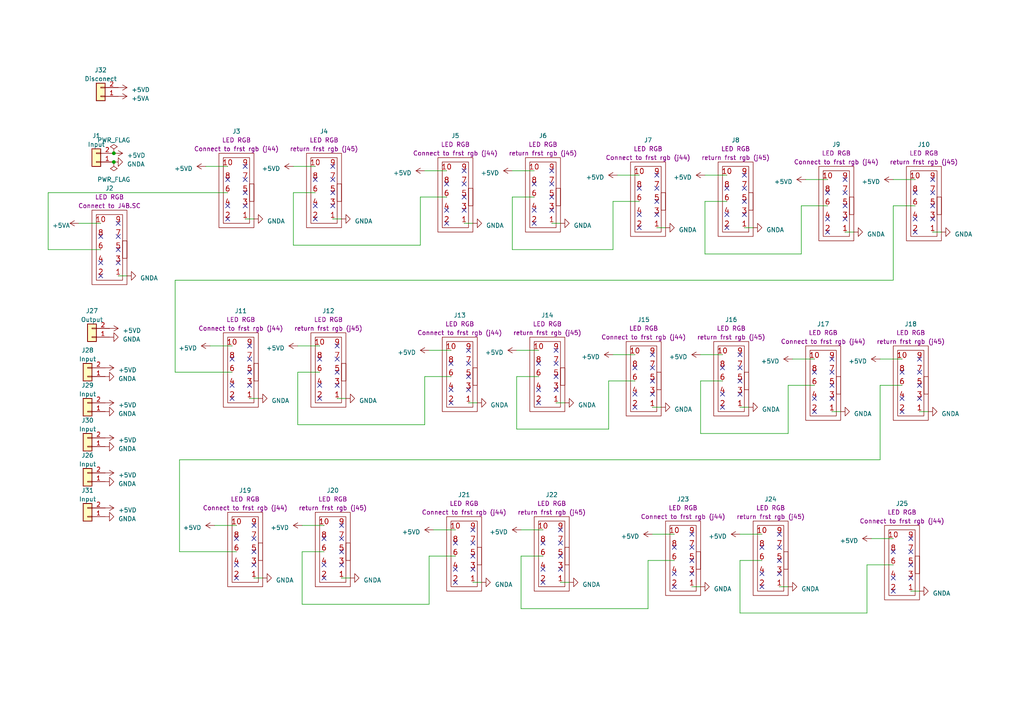
<source format=kicad_sch>
(kicad_sch (version 20230121) (generator eeschema)
  (paper "A4")
  (lib_symbols
    (symbol "Connector_Generic:Conn_01x02" (pin_names (offset 1.016) hide)
      (property "Reference" "J" (at 0 2.54 0))
      (property "Value" "Conn_01x02" (at 0 -5.08 0))
      (symbol "Conn_01x02_1_1"
        (rectangle (start -1.27 -2.413) (end 0 -2.667) (stroke (width 0.1524)))
        (rectangle (start -1.27 0.127) (end 0 -0.127) (stroke (width 0.1524)))
        (rectangle (start -1.27 1.27) (end 1.27 -3.81) (stroke (width 0.254)) (fill (type background)))
        (pin passive line (at -5.08 0 0) (length 3.81) (name "Pin_1") (number "1"))
        (pin passive line (at -5.08 -2.54 0) (length 3.81) (name "Pin_2") (number "2"))
      )
    )
    (symbol "IDC-Header_2x05_P2.54mm_Vertical_1"
      (property "Reference" "J?" (at -15.24 0 0))
      (property "Champ4" "IN" (at -12.7 0 0))
      (symbol "IDC-Header_2x05_P2.54mm_Vertical_1_0_1"
        (rectangle (start -5.08 11.43) (end 5.08 -10.16))
        (rectangle (start -3.81 10.16) (end 3.81 -8.89))
        (rectangle (start 3.81 -2.54) (end 5.08 2.54))
      )
      (symbol "IDC-Header_2x05_P2.54mm_Vertical_1_1_1"
        (pin passive line (at 2.54 -7.62 180) (length 0) (name "") (number "1"))
        (pin passive line (at -2.54 7.62 0) (length 0) (name "") (number "10"))
        (pin passive line (at -2.54 -7.62 0) (length 0) (name "") (number "2"))
        (pin passive line (at 2.54 -3.81 180) (length 0) (name "") (number "3"))
        (pin passive line (at -2.54 -3.81 0) (length 0) (name "") (number "4"))
        (pin passive line (at 2.54 0 180) (length 0) (name "") (number "5"))
        (pin passive line (at -2.54 0 0) (length 0) (name "") (number "6"))
        (pin passive line (at 2.54 3.81 180) (length 0) (name "") (number "7"))
        (pin passive line (at -2.54 3.81 0) (length 0) (name "") (number "8"))
        (pin passive line (at 2.54 7.62 180) (length 0) (name "") (number "9"))
      )
    )
    (symbol "power:+5VA" (power) (pin_names (offset 0))
      (property "Value" "+5VA" (at 0 3.556 0))
      (symbol "+5VA_0_1"
        (polyline (pts (xy -0.762 1.27) (xy 0 2.54)))
        (polyline (pts (xy 0 0) (xy 0 2.54)))
        (polyline (pts (xy 0 2.54) (xy 0.762 1.27)))
      )
      (symbol "+5VA_1_1"
        (pin power_in line (at 0 0 90) (length 0) hide (name "+5VA") (number "1"))
      )
    )
    (symbol "power:+5VD" (power) (pin_names (offset 0))
      (property "Value" "+5VD" (at 0 3.556 0))
      (symbol "+5VD_0_1"
        (polyline (pts (xy -0.762 1.27) (xy 0 2.54)))
        (polyline (pts (xy 0 0) (xy 0 2.54)))
        (polyline (pts (xy 0 2.54) (xy 0.762 1.27)))
      )
      (symbol "+5VD_1_1"
        (pin power_in line (at 0 0 90) (length 0) hide (name "+5VD") (number "1"))
      )
    )
    (symbol "power:GNDA" (power) (pin_names (offset 0))
      (property "Value" "GNDA" (at 0 -3.81 0))
      (symbol "GNDA_0_1"
        (polyline (pts (xy 0 0) (xy 0 -1.27) (xy 1.27 -1.27) (xy 0 -2.54) (xy -1.27 -1.27) (xy 0 -1.27)))
      )
      (symbol "GNDA_1_1"
        (pin power_in line (at 0 0 270) (length 0) hide (name "GNDA") (number "1"))
      )
    )
    (symbol "power:PWR_FLAG" (power) (pin_numbers hide) (pin_names (offset 0) hide)
      (property "Value" "PWR_FLAG" (at 0 3.81 0))
      (symbol "PWR_FLAG_0_0"
        (pin power_out line (at 0 0 90) (length 0) (name "pwr") (number "1"))
      )
      (symbol "PWR_FLAG_0_1"
        (polyline (pts (xy 0 0) (xy 0 1.27) (xy -1.016 1.905) (xy 0 2.54) (xy 1.016 1.905) (xy 0 1.27)))
      )
    )
  )
  (junction (at 33.02 44.45))
  (junction (at 33.02 46.99))
  (no_connect (at 190.5 54.61))
  (no_connect (at 92.71 104.14))
  (no_connect (at 96.52 59.69))
  (no_connect (at 71.12 59.69))
  (no_connect (at 236.22 107.95))
  (no_connect (at 240.03 55.88))
  (no_connect (at 259.08 171.45))
  (no_connect (at 156.21 116.84))
  (no_connect (at 214.63 106.68))
  (no_connect (at 132.08 165.1))
  (no_connect (at 215.9 62.23))
  (no_connect (at 67.31 111.76))
  (no_connect (at 135.89 101.6))
  (no_connect (at 92.71 115.57))
  (no_connect (at 210.82 66.04))
  (no_connect (at 265.43 55.88))
  (no_connect (at 34.29 76.2))
  (no_connect (at 137.16 153.67))
  (no_connect (at 73.66 163.83))
  (no_connect (at 220.98 166.37))
  (no_connect (at 226.06 154.94))
  (no_connect (at 226.06 162.56))
  (no_connect (at 184.15 114.3))
  (no_connect (at 154.94 53.34))
  (no_connect (at 214.63 110.49))
  (no_connect (at 184.15 106.68))
  (no_connect (at 67.31 104.14))
  (no_connect (at 161.29 101.6))
  (no_connect (at 220.98 158.75))
  (no_connect (at 134.62 53.34))
  (no_connect (at 157.48 157.48))
  (no_connect (at 154.94 60.96))
  (no_connect (at 265.43 67.31))
  (no_connect (at 241.3 107.95))
  (no_connect (at 161.29 109.22))
  (no_connect (at 184.15 118.11))
  (no_connect (at 71.12 55.88))
  (no_connect (at 68.58 156.21))
  (no_connect (at 209.55 114.3))
  (no_connect (at 162.56 161.29))
  (no_connect (at 189.23 102.87))
  (no_connect (at 200.66 166.37))
  (no_connect (at 214.63 114.3))
  (no_connect (at 160.02 60.96))
  (no_connect (at 220.98 170.18))
  (no_connect (at 226.06 166.37))
  (no_connect (at 195.58 170.18))
  (no_connect (at 129.54 53.34))
  (no_connect (at 162.56 165.1))
  (no_connect (at 135.89 113.03))
  (no_connect (at 97.79 100.33))
  (no_connect (at 97.79 111.76))
  (no_connect (at 270.51 55.88))
  (no_connect (at 160.02 53.34))
  (no_connect (at 72.39 107.95))
  (no_connect (at 160.02 49.53))
  (no_connect (at 34.29 64.77))
  (no_connect (at 270.51 63.5))
  (no_connect (at 209.55 106.68))
  (no_connect (at 185.42 54.61))
  (no_connect (at 99.06 163.83))
  (no_connect (at 209.55 118.11))
  (no_connect (at 215.9 50.8))
  (no_connect (at 245.11 55.88))
  (no_connect (at 200.66 162.56))
  (no_connect (at 29.21 68.58))
  (no_connect (at 240.03 67.31))
  (no_connect (at 134.62 57.15))
  (no_connect (at 226.06 158.75))
  (no_connect (at 97.79 107.95))
  (no_connect (at 99.06 160.02))
  (no_connect (at 264.16 167.64))
  (no_connect (at 195.58 166.37))
  (no_connect (at 245.11 59.69))
  (no_connect (at 236.22 119.38))
  (no_connect (at 264.16 156.21))
  (no_connect (at 91.44 63.5))
  (no_connect (at 185.42 62.23))
  (no_connect (at 91.44 52.07))
  (no_connect (at 134.62 49.53))
  (no_connect (at 72.39 104.14))
  (no_connect (at 210.82 54.61))
  (no_connect (at 270.51 59.69))
  (no_connect (at 156.21 113.03))
  (no_connect (at 214.63 102.87))
  (no_connect (at 265.43 63.5))
  (no_connect (at 190.5 50.8))
  (no_connect (at 71.12 48.26))
  (no_connect (at 29.21 76.2))
  (no_connect (at 66.04 59.69))
  (no_connect (at 259.08 167.64))
  (no_connect (at 245.11 63.5))
  (no_connect (at 71.12 52.07))
  (no_connect (at 96.52 52.07))
  (no_connect (at 195.58 158.75))
  (no_connect (at 130.81 113.03))
  (no_connect (at 132.08 157.48))
  (no_connect (at 93.98 163.83))
  (no_connect (at 132.08 168.91))
  (no_connect (at 259.08 160.02))
  (no_connect (at 189.23 114.3))
  (no_connect (at 190.5 58.42))
  (no_connect (at 157.48 168.91))
  (no_connect (at 261.62 107.95))
  (no_connect (at 261.62 115.57))
  (no_connect (at 137.16 161.29))
  (no_connect (at 135.89 105.41))
  (no_connect (at 93.98 156.21))
  (no_connect (at 73.66 156.21))
  (no_connect (at 264.16 160.02))
  (no_connect (at 130.81 105.41))
  (no_connect (at 162.56 157.48))
  (no_connect (at 189.23 106.68))
  (no_connect (at 189.23 110.49))
  (no_connect (at 135.89 109.22))
  (no_connect (at 66.04 52.07))
  (no_connect (at 200.66 158.75))
  (no_connect (at 241.3 104.14))
  (no_connect (at 245.11 52.07))
  (no_connect (at 67.31 115.57))
  (no_connect (at 97.79 104.14))
  (no_connect (at 266.7 104.14))
  (no_connect (at 72.39 100.33))
  (no_connect (at 130.81 116.84))
  (no_connect (at 96.52 48.26))
  (no_connect (at 29.21 80.01))
  (no_connect (at 241.3 111.76))
  (no_connect (at 66.04 63.5))
  (no_connect (at 73.66 152.4))
  (no_connect (at 91.44 59.69))
  (no_connect (at 266.7 107.95))
  (no_connect (at 157.48 165.1))
  (no_connect (at 261.62 119.38))
  (no_connect (at 190.5 62.23))
  (no_connect (at 137.16 157.48))
  (no_connect (at 73.66 160.02))
  (no_connect (at 34.29 72.39))
  (no_connect (at 137.16 165.1))
  (no_connect (at 161.29 105.41))
  (no_connect (at 264.16 163.83))
  (no_connect (at 72.39 111.76))
  (no_connect (at 270.51 52.07))
  (no_connect (at 162.56 153.67))
  (no_connect (at 236.22 115.57))
  (no_connect (at 93.98 167.64))
  (no_connect (at 240.03 63.5))
  (no_connect (at 266.7 115.57))
  (no_connect (at 215.9 54.61))
  (no_connect (at 185.42 66.04))
  (no_connect (at 161.29 113.03))
  (no_connect (at 99.06 152.4))
  (no_connect (at 68.58 167.64))
  (no_connect (at 99.06 156.21))
  (no_connect (at 154.94 64.77))
  (no_connect (at 134.62 60.96))
  (no_connect (at 241.3 115.57))
  (no_connect (at 96.52 55.88))
  (no_connect (at 266.7 111.76))
  (no_connect (at 92.71 111.76))
  (no_connect (at 210.82 62.23))
  (no_connect (at 129.54 60.96))
  (no_connect (at 156.21 105.41))
  (no_connect (at 215.9 58.42))
  (no_connect (at 200.66 154.94))
  (no_connect (at 129.54 64.77))
  (no_connect (at 34.29 68.58))
  (no_connect (at 160.02 57.15))
  (no_connect (at 68.58 163.83))
  (wire (pts (xy 228.6 170.18) (xy 226.06 170.18)))
  (wire (pts (xy 149.86 109.22) (xy 149.86 124.46)))
  (wire (pts (xy 187.96 162.56) (xy 195.58 162.56)))
  (wire (pts (xy 13.97 72.39) (xy 29.21 72.39)))
  (wire (pts (xy 204.47 58.42) (xy 204.47 73.66)))
  (wire (pts (xy 99.06 63.5) (xy 96.52 63.5)))
  (wire (pts (xy 22.86 64.77) (xy 29.21 64.77)))
  (wire (pts (xy 259.08 81.28) (xy 50.8 81.28)))
  (wire (pts (xy 217.17 118.11) (xy 214.63 118.11)))
  (wire (pts (xy 73.66 63.5) (xy 71.12 63.5)))
  (wire (pts (xy 177.8 102.87) (xy 184.15 102.87)))
  (wire (pts (xy 214.63 162.56) (xy 214.63 177.8)))
  (wire (pts (xy 149.86 124.46) (xy 176.53 124.46)))
  (wire (pts (xy 121.92 57.15) (xy 129.54 57.15)))
  (wire (pts (xy 165.1 168.91) (xy 162.56 168.91)))
  (wire (pts (xy 148.59 49.53) (xy 154.94 49.53)))
  (wire (pts (xy 232.41 59.69) (xy 240.03 59.69)))
  (wire (pts (xy 59.69 48.26) (xy 66.04 48.26)))
  (wire (pts (xy 62.23 152.4) (xy 68.58 152.4)))
  (wire (pts (xy 13.97 55.88) (xy 13.97 72.39)))
  (wire (pts (xy 261.62 111.76) (xy 255.27 111.76)))
  (wire (pts (xy 149.86 101.6) (xy 156.21 101.6)))
  (wire (pts (xy 255.27 104.14) (xy 261.62 104.14)))
  (wire (pts (xy 214.63 154.94) (xy 220.98 154.94)))
  (wire (pts (xy 76.2 167.64) (xy 73.66 167.64)))
  (wire (pts (xy 228.6 125.73) (xy 228.6 111.76)))
  (wire (pts (xy 87.63 160.02) (xy 87.63 175.26)))
  (wire (pts (xy 187.96 176.53) (xy 187.96 162.56)))
  (wire (pts (xy 228.6 111.76) (xy 236.22 111.76)))
  (wire (pts (xy 177.8 72.39) (xy 177.8 58.42)))
  (wire (pts (xy 251.46 177.8) (xy 251.46 163.83)))
  (wire (pts (xy 176.53 110.49) (xy 184.15 110.49)))
  (wire (pts (xy 52.07 160.02) (xy 68.58 160.02)))
  (wire (pts (xy 179.07 50.8) (xy 185.42 50.8)))
  (wire (pts (xy 87.63 152.4) (xy 93.98 152.4)))
  (wire (pts (xy 162.56 64.77) (xy 160.02 64.77)))
  (wire (pts (xy 86.36 123.19) (xy 123.19 123.19)))
  (wire (pts (xy 203.2 170.18) (xy 200.66 170.18)))
  (wire (pts (xy 255.27 133.35) (xy 52.07 133.35)))
  (wire (pts (xy 220.98 162.56) (xy 214.63 162.56)))
  (wire (pts (xy 151.13 153.67) (xy 157.48 153.67)))
  (wire (pts (xy 203.2 102.87) (xy 209.55 102.87)))
  (wire (pts (xy 123.19 109.22) (xy 130.81 109.22)))
  (wire (pts (xy 204.47 50.8) (xy 210.82 50.8)))
  (wire (pts (xy 124.46 161.29) (xy 132.08 161.29)))
  (wire (pts (xy 177.8 58.42) (xy 185.42 58.42)))
  (wire (pts (xy 218.44 66.04) (xy 215.9 66.04)))
  (wire (pts (xy 101.6 167.64) (xy 99.06 167.64)))
  (wire (pts (xy 138.43 116.84) (xy 135.89 116.84)))
  (wire (pts (xy 85.09 55.88) (xy 85.09 71.12)))
  (wire (pts (xy 214.63 177.8) (xy 251.46 177.8)))
  (wire (pts (xy 273.05 67.31) (xy 270.51 67.31)))
  (wire (pts (xy 189.23 154.94) (xy 195.58 154.94)))
  (wire (pts (xy 176.53 124.46) (xy 176.53 110.49)))
  (wire (pts (xy 60.96 100.33) (xy 67.31 100.33)))
  (wire (pts (xy 74.93 115.57) (xy 72.39 115.57)))
  (wire (pts (xy 137.16 64.77) (xy 134.62 64.77)))
  (wire (pts (xy 251.46 163.83) (xy 259.08 163.83)))
  (wire (pts (xy 232.41 73.66) (xy 232.41 59.69)))
  (wire (pts (xy 157.48 161.29) (xy 151.13 161.29)))
  (wire (pts (xy 86.36 100.33) (xy 92.71 100.33)))
  (wire (pts (xy 265.43 59.69) (xy 259.08 59.69)))
  (wire (pts (xy 154.94 57.15) (xy 148.59 57.15)))
  (wire (pts (xy 259.08 59.69) (xy 259.08 81.28)))
  (wire (pts (xy 91.44 55.88) (xy 85.09 55.88)))
  (wire (pts (xy 203.2 110.49) (xy 203.2 125.73)))
  (wire (pts (xy 191.77 118.11) (xy 189.23 118.11)))
  (wire (pts (xy 209.55 110.49) (xy 203.2 110.49)))
  (wire (pts (xy 124.46 101.6) (xy 130.81 101.6)))
  (wire (pts (xy 269.24 119.38) (xy 266.7 119.38)))
  (wire (pts (xy 203.2 125.73) (xy 228.6 125.73)))
  (wire (pts (xy 193.04 66.04) (xy 190.5 66.04)))
  (wire (pts (xy 125.73 153.67) (xy 132.08 153.67)))
  (wire (pts (xy 123.19 123.19) (xy 123.19 109.22)))
  (wire (pts (xy 229.87 104.14) (xy 236.22 104.14)))
  (wire (pts (xy 87.63 175.26) (xy 124.46 175.26)))
  (wire (pts (xy 252.73 156.21) (xy 259.08 156.21)))
  (wire (pts (xy 148.59 57.15) (xy 148.59 72.39)))
  (wire (pts (xy 13.97 55.88) (xy 66.04 55.88)))
  (wire (pts (xy 121.92 71.12) (xy 121.92 57.15)))
  (wire (pts (xy 100.33 115.57) (xy 97.79 115.57)))
  (wire (pts (xy 210.82 58.42) (xy 204.47 58.42)))
  (wire (pts (xy 156.21 109.22) (xy 149.86 109.22)))
  (wire (pts (xy 92.71 107.95) (xy 86.36 107.95)))
  (wire (pts (xy 86.36 107.95) (xy 86.36 123.19)))
  (wire (pts (xy 36.83 80.01) (xy 34.29 80.01)))
  (wire (pts (xy 204.47 73.66) (xy 232.41 73.66)))
  (wire (pts (xy 259.08 52.07) (xy 265.43 52.07)))
  (wire (pts (xy 266.7 171.45) (xy 264.16 171.45)))
  (wire (pts (xy 50.8 81.28) (xy 50.8 107.95)))
  (wire (pts (xy 233.68 52.07) (xy 240.03 52.07)))
  (wire (pts (xy 124.46 175.26) (xy 124.46 161.29)))
  (wire (pts (xy 50.8 107.95) (xy 67.31 107.95)))
  (wire (pts (xy 148.59 72.39) (xy 177.8 72.39)))
  (wire (pts (xy 151.13 161.29) (xy 151.13 176.53)))
  (wire (pts (xy 123.19 49.53) (xy 129.54 49.53)))
  (wire (pts (xy 151.13 176.53) (xy 187.96 176.53)))
  (wire (pts (xy 247.65 67.31) (xy 245.11 67.31)))
  (wire (pts (xy 85.09 71.12) (xy 121.92 71.12)))
  (wire (pts (xy 93.98 160.02) (xy 87.63 160.02)))
  (wire (pts (xy 139.7 168.91) (xy 137.16 168.91)))
  (wire (pts (xy 255.27 111.76) (xy 255.27 133.35)))
  (wire (pts (xy 85.09 48.26) (xy 91.44 48.26)))
  (wire (pts (xy 163.83 116.84) (xy 161.29 116.84)))
  (wire (pts (xy 243.84 119.38) (xy 241.3 119.38)))
  (wire (pts (xy 52.07 133.35) (xy 52.07 160.02)))
  (symbol (lib_name "IDC-Header_2x05_P2.54mm_Vertical_1") (lib_id "ksir_2023:IDC-Header_2x05_P2.54mm_Vertical") (at 264.16 111.76 0) (unit 1)
    (property "Reference" "J18" (at 264.16 93.98 0))
    (property "Value" "IDC-Header_2x05_P2.54mm_Vertical" (effects hide))
    (property "Footprint" "Connector_IDC:IDC-Header_2x05_P2.54mm_Vertical" (effects hide))
    (property "Champ4" "LED RGB" (at 264.16 96.52 0))
    (property "Champ5" "return frst rgb (j45)" (at 264.16 99.06 0))
  )
  (symbol (lib_id "power:+5VD") (at 124.46 101.6 90) (unit 1)
    (property "Reference" "#PWR023" (effects hide))
    (property "Value" "+5VD" (at 120.65 102.235 90) (effects (justify left)))
  )
  (symbol (lib_id "power:GNDA") (at 137.16 64.77 90) (unit 1)
    (property "Reference" "#PWR011" (effects hide))
    (property "Value" "GNDA" (at 140.97 65.405 90) (effects (justify right)))
  )
  (symbol (lib_id "power:+5VD") (at 30.48 116.84 270) (unit 1)
    (property "Reference" "#PWR057" (effects hide))
    (property "Value" "+5VD" (at 34.29 117.475 90) (effects (justify left)))
  )
  (symbol (lib_id "power:GNDA") (at 193.04 66.04 90) (unit 1)
    (property "Reference" "#PWR015" (effects hide))
    (property "Value" "GNDA" (at 196.85 66.675 90) (effects (justify right)))
  )
  (symbol (lib_id "power:+5VD") (at 87.63 152.4 90) (unit 1)
    (property "Reference" "#PWR038" (effects hide))
    (property "Value" "+5VD" (at 83.82 153.035 90) (effects (justify left)))
  )
  (symbol (lib_name "IDC-Header_2x05_P2.54mm_Vertical_1") (lib_id "ksir_2023:IDC-Header_2x05_P2.54mm_Vertical") (at 198.12 162.56 0) (unit 1)
    (property "Reference" "J23" (at 198.12 144.78 0))
    (property "Value" "IDC-Header_2x05_P2.54mm_Vertical" (effects hide))
    (property "Footprint" "Connector_IDC:IDC-Header_2x05_P2.54mm_Vertical" (effects hide))
    (property "Champ4" "LED RGB" (at 198.12 147.32 0))
    (property "Champ5" "Connect to frst rgb (j44)" (at 198.12 149.86 0))
  )
  (symbol (lib_name "IDC-Header_2x05_P2.54mm_Vertical_1") (lib_id "ksir_2023:IDC-Header_2x05_P2.54mm_Vertical") (at 96.52 160.02 0) (unit 1)
    (property "Reference" "J20" (at 96.52 142.24 0))
    (property "Value" "IDC-Header_2x05_P2.54mm_Vertical" (effects hide))
    (property "Footprint" "Connector_IDC:IDC-Header_2x05_P2.54mm_Vertical" (effects hide))
    (property "Champ4" "LED RGB" (at 96.52 144.78 0))
    (property "Champ5" "return frst rgb (j45)" (at 96.52 147.32 0))
  )
  (symbol (lib_id "power:PWR_FLAG") (at 33.02 46.99 180) (unit 1)
    (property "Reference" "#FLG02" (effects hide))
    (property "Value" "PWR_FLAG" (at 33.02 52.07 0))
  )
  (symbol (lib_id "power:+5VD") (at 30.48 147.32 270) (unit 1)
    (property "Reference" "#PWR061" (effects hide))
    (property "Value" "+5VD" (at 34.29 147.955 90) (effects (justify left)))
  )
  (symbol (lib_id "power:GNDA") (at 266.7 171.45 90) (unit 1)
    (property "Reference" "#PWR051" (effects hide))
    (property "Value" "GNDA" (at 270.51 172.085 90) (effects (justify right)))
  )
  (symbol (lib_name "IDC-Header_2x05_P2.54mm_Vertical_1") (lib_id "ksir_2023:IDC-Header_2x05_P2.54mm_Vertical") (at 160.02 161.29 0) (unit 1)
    (property "Reference" "J22" (at 160.02 143.51 0))
    (property "Value" "IDC-Header_2x05_P2.54mm_Vertical" (effects hide))
    (property "Footprint" "Connector_IDC:IDC-Header_2x05_P2.54mm_Vertical" (effects hide))
    (property "Champ4" "LED RGB" (at 160.02 146.05 0))
    (property "Champ5" "return frst rgb (j45)" (at 160.02 148.59 0))
  )
  (symbol (lib_id "power:+5VD") (at 30.48 127 270) (unit 1)
    (property "Reference" "#PWR059" (effects hide))
    (property "Value" "+5VD" (at 34.29 127.635 90) (effects (justify left)))
  )
  (symbol (lib_id "Connector_Generic:Conn_01x02") (at 25.4 139.7 180) (unit 1)
    (property "Reference" "J26" (at 25.4 132.08 0))
    (property "Value" "Input" (at 25.4 134.62 0))
    (property "Footprint" "Connector_PinHeader_2.54mm:PinHeader_1x02_P2.54mm_Vertical" (effects hide))
  )
  (symbol (lib_id "power:+5VD") (at 177.8 102.87 90) (unit 1)
    (property "Reference" "#PWR025" (effects hide))
    (property "Value" "+5VD" (at 173.99 103.505 90) (effects (justify left)))
  )
  (symbol (lib_id "power:+5VD") (at 229.87 104.14 90) (unit 1)
    (property "Reference" "#PWR027" (effects hide))
    (property "Value" "+5VD" (at 226.06 104.775 90) (effects (justify left)))
  )
  (symbol (lib_id "power:+5VD") (at 151.13 153.67 90) (unit 1)
    (property "Reference" "#PWR040" (effects hide))
    (property "Value" "+5VD" (at 147.32 154.305 90) (effects (justify left)))
  )
  (symbol (lib_id "power:GNDA") (at 74.93 115.57 90) (unit 1)
    (property "Reference" "#PWR029" (effects hide))
    (property "Value" "GNDA" (at 78.74 116.205 90) (effects (justify right)))
  )
  (symbol (lib_id "Connector_Generic:Conn_01x02") (at 26.67 97.79 180) (unit 1)
    (property "Reference" "J27" (at 26.67 90.17 0))
    (property "Value" "Output" (at 26.67 92.71 0))
    (property "Footprint" "TerminalBlock:TerminalBlock_Altech_AK300-2_P5.00mm" (effects hide))
  )
  (symbol (lib_id "power:GNDA") (at 36.83 80.01 90) (unit 1)
    (property "Reference" "#PWR04" (effects hide))
    (property "Value" "GNDA" (at 40.64 80.645 90) (effects (justify right)))
  )
  (symbol (lib_id "power:PWR_FLAG") (at 33.02 44.45 0) (unit 1)
    (property "Reference" "#FLG01" (effects hide))
    (property "Value" "PWR_FLAG" (at 33.02 40.64 0))
  )
  (symbol (lib_id "power:+5VD") (at 86.36 100.33 90) (unit 1)
    (property "Reference" "#PWR022" (effects hide))
    (property "Value" "+5VD" (at 82.55 100.965 90) (effects (justify left)))
  )
  (symbol (lib_id "power:+5VD") (at 203.2 102.87 90) (unit 1)
    (property "Reference" "#PWR026" (effects hide))
    (property "Value" "+5VD" (at 199.39 103.505 90) (effects (justify left)))
  )
  (symbol (lib_id "power:+5VD") (at 148.59 49.53 90) (unit 1)
    (property "Reference" "#PWR010" (effects hide))
    (property "Value" "+5VD" (at 144.78 50.165 90) (effects (justify left)))
  )
  (symbol (lib_id "power:GNDA") (at 162.56 64.77 90) (unit 1)
    (property "Reference" "#PWR012" (effects hide))
    (property "Value" "GNDA" (at 166.37 65.405 90) (effects (justify right)))
  )
  (symbol (lib_id "power:+5VD") (at 60.96 100.33 90) (unit 1)
    (property "Reference" "#PWR021" (effects hide))
    (property "Value" "+5VD" (at 57.15 100.965 90) (effects (justify left)))
  )
  (symbol (lib_name "IDC-Header_2x05_P2.54mm_Vertical_1") (lib_id "ksir_2023:IDC-Header_2x05_P2.54mm_Vertical") (at 71.12 160.02 0) (unit 1)
    (property "Reference" "J19" (at 71.12 142.24 0))
    (property "Value" "IDC-Header_2x05_P2.54mm_Vertical" (effects hide))
    (property "Footprint" "Connector_IDC:IDC-Header_2x05_P2.54mm_Vertical" (effects hide))
    (property "Champ4" "LED RGB" (at 71.12 144.78 0))
    (property "Champ5" "Connect to frst rgb (j44)" (at 71.12 147.32 0))
  )
  (symbol (lib_id "power:GNDA") (at 33.02 46.99 90) (unit 1)
    (property "Reference" "#PWR07" (effects hide))
    (property "Value" "GNDA" (at 36.83 47.625 90) (effects (justify right)))
  )
  (symbol (lib_name "IDC-Header_2x05_P2.54mm_Vertical_1") (lib_id "ksir_2023:IDC-Header_2x05_P2.54mm_Vertical") (at 68.58 55.88 0) (unit 1)
    (property "Reference" "J3" (at 68.58 38.1 0))
    (property "Value" "IDC-Header_2x05_P2.54mm_Vertical" (effects hide))
    (property "Footprint" "Connector_IDC:IDC-Header_2x05_P2.54mm_Vertical" (effects hide))
    (property "Champ4" "LED RGB" (at 68.58 40.64 0))
    (property "Champ5" "Connect to frst rgb (j44)" (at 68.58 43.18 0))
  )
  (symbol (lib_name "IDC-Header_2x05_P2.54mm_Vertical_1") (lib_id "ksir_2023:IDC-Header_2x05_P2.54mm_Vertical") (at 31.75 72.39 0) (unit 1)
    (property "Reference" "J2" (at 31.75 54.61 0))
    (property "Value" "IDC-Header_2x05_P2.54mm_Vertical" (effects hide))
    (property "Footprint" "Connector_IDC:IDC-Header_2x05_P2.54mm_Vertical" (effects hide))
    (property "Champ4" "LED RGB" (at 31.75 57.15 0))
    (property "Champ5" "Connect to J4B.SC" (at 31.75 59.69 0))
  )
  (symbol (lib_name "IDC-Header_2x05_P2.54mm_Vertical_1") (lib_id "ksir_2023:IDC-Header_2x05_P2.54mm_Vertical") (at 69.85 107.95 0) (unit 1)
    (property "Reference" "J11" (at 69.85 90.17 0))
    (property "Value" "IDC-Header_2x05_P2.54mm_Vertical" (effects hide))
    (property "Footprint" "Connector_IDC:IDC-Header_2x05_P2.54mm_Vertical" (effects hide))
    (property "Champ4" "LED RGB" (at 69.85 92.71 0))
    (property "Champ5" "Connect to frst rgb (j44)" (at 69.85 95.25 0))
  )
  (symbol (lib_id "power:GNDA") (at 30.48 119.38 90) (unit 1)
    (property "Reference" "#PWR058" (effects hide))
    (property "Value" "GNDA" (at 34.29 120.015 90) (effects (justify right)))
  )
  (symbol (lib_id "power:GNDA") (at 217.17 118.11 90) (unit 1)
    (property "Reference" "#PWR034" (effects hide))
    (property "Value" "GNDA" (at 220.98 118.745 90) (effects (justify right)))
  )
  (symbol (lib_id "power:+5VD") (at 214.63 154.94 90) (unit 1)
    (property "Reference" "#PWR042" (effects hide))
    (property "Value" "+5VD" (at 210.82 155.575 90) (effects (justify left)))
  )
  (symbol (lib_id "power:GNDA") (at 30.48 149.86 90) (unit 1)
    (property "Reference" "#PWR062" (effects hide))
    (property "Value" "GNDA" (at 34.29 150.495 90) (effects (justify right)))
  )
  (symbol (lib_name "IDC-Header_2x05_P2.54mm_Vertical_1") (lib_id "ksir_2023:IDC-Header_2x05_P2.54mm_Vertical") (at 157.48 57.15 0) (unit 1)
    (property "Reference" "J6" (at 157.48 39.37 0))
    (property "Value" "IDC-Header_2x05_P2.54mm_Vertical" (effects hide))
    (property "Footprint" "Connector_IDC:IDC-Header_2x05_P2.54mm_Vertical" (effects hide))
    (property "Champ4" "LED RGB" (at 157.48 41.91 0))
    (property "Champ5" "return frst rgb (j45)" (at 157.48 44.45 0))
  )
  (symbol (lib_id "power:GNDA") (at 139.7 168.91 90) (unit 1)
    (property "Reference" "#PWR047" (effects hide))
    (property "Value" "GNDA" (at 143.51 169.545 90) (effects (justify right)))
  )
  (symbol (lib_name "IDC-Header_2x05_P2.54mm_Vertical_1") (lib_id "ksir_2023:IDC-Header_2x05_P2.54mm_Vertical") (at 242.57 59.69 0) (unit 1)
    (property "Reference" "J9" (at 242.57 41.91 0))
    (property "Value" "IDC-Header_2x05_P2.54mm_Vertical" (effects hide))
    (property "Footprint" "Connector_IDC:IDC-Header_2x05_P2.54mm_Vertical" (effects hide))
    (property "Champ4" "LED RGB" (at 242.57 44.45 0))
    (property "Champ5" "Connect to frst rgb (j44)" (at 242.57 46.99 0))
  )
  (symbol (lib_id "Connector_Generic:Conn_01x02") (at 25.4 129.54 180) (unit 1)
    (property "Reference" "J30" (at 25.4 121.92 0))
    (property "Value" "Input" (at 25.4 124.46 0))
    (property "Footprint" "Connector_PinHeader_2.54mm:PinHeader_1x02_P2.54mm_Vertical" (effects hide))
  )
  (symbol (lib_name "IDC-Header_2x05_P2.54mm_Vertical_1") (lib_id "ksir_2023:IDC-Header_2x05_P2.54mm_Vertical") (at 187.96 58.42 0) (unit 1)
    (property "Reference" "J7" (at 187.96 40.64 0))
    (property "Value" "IDC-Header_2x05_P2.54mm_Vertical" (effects hide))
    (property "Footprint" "Connector_IDC:IDC-Header_2x05_P2.54mm_Vertical" (effects hide))
    (property "Champ4" "LED RGB" (at 187.96 43.18 0))
    (property "Champ5" "Connect to frst rgb (j44)" (at 187.96 45.72 0))
  )
  (symbol (lib_id "power:GNDA") (at 218.44 66.04 90) (unit 1)
    (property "Reference" "#PWR016" (effects hide))
    (property "Value" "GNDA" (at 222.25 66.675 90) (effects (justify right)))
  )
  (symbol (lib_id "power:+5VD") (at 30.48 137.16 270) (unit 1)
    (property "Reference" "#PWR02" (effects hide))
    (property "Value" "+5VD" (at 34.29 137.795 90) (effects (justify left)))
  )
  (symbol (lib_id "power:GNDA") (at 100.33 115.57 90) (unit 1)
    (property "Reference" "#PWR030" (effects hide))
    (property "Value" "GNDA" (at 104.14 116.205 90) (effects (justify right)))
  )
  (symbol (lib_id "power:+5VD") (at 85.09 48.26 90) (unit 1)
    (property "Reference" "#PWR01" (effects hide))
    (property "Value" "+5VD" (at 81.28 48.895 90) (effects (justify left)))
  )
  (symbol (lib_id "power:+5VD") (at 259.08 52.07 90) (unit 1)
    (property "Reference" "#PWR018" (effects hide))
    (property "Value" "+5VD" (at 255.27 52.705 90) (effects (justify left)))
  )
  (symbol (lib_name "IDC-Header_2x05_P2.54mm_Vertical_1") (lib_id "ksir_2023:IDC-Header_2x05_P2.54mm_Vertical") (at 134.62 161.29 0) (unit 1)
    (property "Reference" "J21" (at 134.62 143.51 0))
    (property "Value" "IDC-Header_2x05_P2.54mm_Vertical" (effects hide))
    (property "Footprint" "Connector_IDC:IDC-Header_2x05_P2.54mm_Vertical" (effects hide))
    (property "Champ4" "LED RGB" (at 134.62 146.05 0))
    (property "Champ5" "Connect to frst rgb (j44)" (at 134.62 148.59 0))
  )
  (symbol (lib_id "power:GNDA") (at 228.6 170.18 90) (unit 1)
    (property "Reference" "#PWR050" (effects hide))
    (property "Value" "GNDA" (at 232.41 170.815 90) (effects (justify right)))
  )
  (symbol (lib_id "power:GNDA") (at 76.2 167.64 90) (unit 1)
    (property "Reference" "#PWR045" (effects hide))
    (property "Value" "GNDA" (at 80.01 168.275 90) (effects (justify right)))
  )
  (symbol (lib_id "power:GNDA") (at 273.05 67.31 90) (unit 1)
    (property "Reference" "#PWR020" (effects hide))
    (property "Value" "GNDA" (at 276.86 67.945 90) (effects (justify right)))
  )
  (symbol (lib_name "IDC-Header_2x05_P2.54mm_Vertical_1") (lib_id "ksir_2023:IDC-Header_2x05_P2.54mm_Vertical") (at 213.36 58.42 0) (unit 1)
    (property "Reference" "J8" (at 213.36 40.64 0))
    (property "Value" "IDC-Header_2x05_P2.54mm_Vertical" (effects hide))
    (property "Footprint" "Connector_IDC:IDC-Header_2x05_P2.54mm_Vertical" (effects hide))
    (property "Champ4" "LED RGB" (at 213.36 43.18 0))
    (property "Champ5" "return frst rgb (j45)" (at 213.36 45.72 0))
  )
  (symbol (lib_id "power:+5VD") (at 179.07 50.8 90) (unit 1)
    (property "Reference" "#PWR013" (effects hide))
    (property "Value" "+5VD" (at 175.26 51.435 90) (effects (justify left)))
  )
  (symbol (lib_name "IDC-Header_2x05_P2.54mm_Vertical_1") (lib_id "ksir_2023:IDC-Header_2x05_P2.54mm_Vertical") (at 95.25 107.95 0) (unit 1)
    (property "Reference" "J12" (at 95.25 90.17 0))
    (property "Value" "IDC-Header_2x05_P2.54mm_Vertical" (effects hide))
    (property "Footprint" "Connector_IDC:IDC-Header_2x05_P2.54mm_Vertical" (effects hide))
    (property "Champ4" "LED RGB" (at 95.25 92.71 0))
    (property "Champ5" "return frst rgb (j45)" (at 95.25 95.25 0))
  )
  (symbol (lib_id "power:GNDA") (at 165.1 168.91 90) (unit 1)
    (property "Reference" "#PWR048" (effects hide))
    (property "Value" "GNDA" (at 168.91 169.545 90) (effects (justify right)))
  )
  (symbol (lib_id "power:+5VD") (at 59.69 48.26 90) (unit 1)
    (property "Reference" "#PWR03" (effects hide))
    (property "Value" "+5VD" (at 55.88 48.895 90) (effects (justify left)))
  )
  (symbol (lib_id "power:+5VD") (at 252.73 156.21 90) (unit 1)
    (property "Reference" "#PWR043" (effects hide))
    (property "Value" "+5VD" (at 248.92 156.845 90) (effects (justify left)))
  )
  (symbol (lib_id "power:+5VD") (at 204.47 50.8 90) (unit 1)
    (property "Reference" "#PWR014" (effects hide))
    (property "Value" "+5VD" (at 200.66 51.435 90) (effects (justify left)))
  )
  (symbol (lib_id "power:+5VD") (at 123.19 49.53 90) (unit 1)
    (property "Reference" "#PWR09" (effects hide))
    (property "Value" "+5VD" (at 119.38 50.165 90) (effects (justify left)))
  )
  (symbol (lib_id "power:GNDA") (at 30.48 109.22 90) (unit 1)
    (property "Reference" "#PWR056" (effects hide))
    (property "Value" "GNDA" (at 34.29 109.855 90) (effects (justify right)))
  )
  (symbol (lib_id "power:GNDA") (at 203.2 170.18 90) (unit 1)
    (property "Reference" "#PWR049" (effects hide))
    (property "Value" "GNDA" (at 207.01 170.815 90) (effects (justify right)))
  )
  (symbol (lib_id "power:GNDA") (at 247.65 67.31 90) (unit 1)
    (property "Reference" "#PWR019" (effects hide))
    (property "Value" "GNDA" (at 251.46 67.945 90) (effects (justify right)))
  )
  (symbol (lib_name "IDC-Header_2x05_P2.54mm_Vertical_1") (lib_id "ksir_2023:IDC-Header_2x05_P2.54mm_Vertical") (at 133.35 109.22 0) (unit 1)
    (property "Reference" "J13" (at 133.35 91.44 0))
    (property "Value" "IDC-Header_2x05_P2.54mm_Vertical" (effects hide))
    (property "Footprint" "Connector_IDC:IDC-Header_2x05_P2.54mm_Vertical" (effects hide))
    (property "Champ4" "LED RGB" (at 133.35 93.98 0))
    (property "Champ5" "Connect to frst rgb (j44)" (at 133.35 96.52 0))
  )
  (symbol (lib_name "IDC-Header_2x05_P2.54mm_Vertical_1") (lib_id "ksir_2023:IDC-Header_2x05_P2.54mm_Vertical") (at 261.62 163.83 0) (unit 1)
    (property "Reference" "J25" (at 261.62 146.05 0))
    (property "Value" "IDC-Header_2x05_P2.54mm_Vertical" (effects hide))
    (property "Footprint" "Connector_IDC:IDC-Header_2x05_P2.54mm_Vertical" (effects hide))
    (property "Champ4" "LED RGB" (at 261.62 148.59 0))
    (property "Champ5" "Connect to frst rgb (j44)" (at 261.62 151.13 0))
  )
  (symbol (lib_id "Connector_Generic:Conn_01x02") (at 29.21 27.94 180) (unit 1)
    (property "Reference" "J32" (at 29.21 20.32 0))
    (property "Value" "Disconect" (at 29.21 22.86 0))
    (property "Footprint" "Connector_PinHeader_2.54mm:PinHeader_1x02_P2.54mm_Vertical" (effects hide))
  )
  (symbol (lib_name "IDC-Header_2x05_P2.54mm_Vertical_1") (lib_id "ksir_2023:IDC-Header_2x05_P2.54mm_Vertical") (at 267.97 59.69 0) (unit 1)
    (property "Reference" "J10" (at 267.97 41.91 0))
    (property "Value" "IDC-Header_2x05_P2.54mm_Vertical" (effects hide))
    (property "Footprint" "Connector_IDC:IDC-Header_2x05_P2.54mm_Vertical" (effects hide))
    (property "Champ4" "LED RGB" (at 267.97 44.45 0))
    (property "Champ5" "return frst rgb (j45)" (at 267.97 46.99 0))
  )
  (symbol (lib_id "power:+5VD") (at 125.73 153.67 90) (unit 1)
    (property "Reference" "#PWR039" (effects hide))
    (property "Value" "+5VD" (at 121.92 154.305 90) (effects (justify left)))
  )
  (symbol (lib_id "power:+5VD") (at 149.86 101.6 90) (unit 1)
    (property "Reference" "#PWR024" (effects hide))
    (property "Value" "+5VD" (at 146.05 102.235 90) (effects (justify left)))
  )
  (symbol (lib_id "power:GNDA") (at 99.06 63.5 90) (unit 1)
    (property "Reference" "#PWR08" (effects hide))
    (property "Value" "GNDA" (at 102.87 64.135 90) (effects (justify right)))
  )
  (symbol (lib_name "IDC-Header_2x05_P2.54mm_Vertical_1") (lib_id "ksir_2023:IDC-Header_2x05_P2.54mm_Vertical") (at 158.75 109.22 0) (unit 1)
    (property "Reference" "J14" (at 158.75 91.44 0))
    (property "Value" "IDC-Header_2x05_P2.54mm_Vertical" (effects hide))
    (property "Footprint" "Connector_IDC:IDC-Header_2x05_P2.54mm_Vertical" (effects hide))
    (property "Champ4" "LED RGB" (at 158.75 93.98 0))
    (property "Champ5" "return frst rgb (j45)" (at 158.75 96.52 0))
  )
  (symbol (lib_name "IDC-Header_2x05_P2.54mm_Vertical_1") (lib_id "ksir_2023:IDC-Header_2x05_P2.54mm_Vertical") (at 186.69 110.49 0) (unit 1)
    (property "Reference" "J15" (at 186.69 92.71 0))
    (property "Value" "IDC-Header_2x05_P2.54mm_Vertical" (effects hide))
    (property "Footprint" "Connector_IDC:IDC-Header_2x05_P2.54mm_Vertical" (effects hide))
    (property "Champ4" "LED RGB" (at 186.69 95.25 0))
    (property "Champ5" "Connect to frst rgb (j44)" (at 186.69 97.79 0))
  )
  (symbol (lib_id "power:GNDA") (at 191.77 118.11 90) (unit 1)
    (property "Reference" "#PWR033" (effects hide))
    (property "Value" "GNDA" (at 195.58 118.745 90) (effects (justify right)))
  )
  (symbol (lib_name "IDC-Header_2x05_P2.54mm_Vertical_1") (lib_id "ksir_2023:IDC-Header_2x05_P2.54mm_Vertical") (at 223.52 162.56 0) (unit 1)
    (property "Reference" "J24" (at 223.52 144.78 0))
    (property "Value" "IDC-Header_2x05_P2.54mm_Vertical" (effects hide))
    (property "Footprint" "Connector_IDC:IDC-Header_2x05_P2.54mm_Vertical" (effects hide))
    (property "Champ4" "LED RGB" (at 223.52 147.32 0))
    (property "Champ5" "return frst rgb (j45)" (at 223.52 149.86 0))
  )
  (symbol (lib_id "power:GNDA") (at 73.66 63.5 90) (unit 1)
    (property "Reference" "#PWR05" (effects hide))
    (property "Value" "GNDA" (at 77.47 64.135 90) (effects (justify right)))
  )
  (symbol (lib_id "Connector_Generic:Conn_01x02") (at 25.4 109.22 180) (unit 1)
    (property "Reference" "J28" (at 25.4 101.6 0))
    (property "Value" "Input" (at 25.4 104.14 0))
    (property "Footprint" "TerminalBlock:TerminalBlock_Altech_AK300-2_P5.00mm" (effects hide))
  )
  (symbol (lib_id "power:GNDA") (at 30.48 139.7 90) (unit 1)
    (property "Reference" "#PWR052" (effects hide))
    (property "Value" "GNDA" (at 34.29 140.335 90) (effects (justify right)))
  )
  (symbol (lib_name "IDC-Header_2x05_P2.54mm_Vertical_1") (lib_id "ksir_2023:IDC-Header_2x05_P2.54mm_Vertical") (at 212.09 110.49 0) (unit 1)
    (property "Reference" "J16" (at 212.09 92.71 0))
    (property "Value" "IDC-Header_2x05_P2.54mm_Vertical" (effects hide))
    (property "Footprint" "Connector_IDC:IDC-Header_2x05_P2.54mm_Vertical" (effects hide))
    (property "Champ4" "LED RGB" (at 212.09 95.25 0))
    (property "Champ5" "return frst rgb (j45)" (at 212.09 97.79 0))
  )
  (symbol (lib_id "power:GNDA") (at 31.75 97.79 90) (unit 1)
    (property "Reference" "#PWR054" (effects hide))
    (property "Value" "GNDA" (at 35.56 98.425 90) (effects (justify right)))
  )
  (symbol (lib_id "power:GNDA") (at 138.43 116.84 90) (unit 1)
    (property "Reference" "#PWR031" (effects hide))
    (property "Value" "GNDA" (at 142.24 117.475 90) (effects (justify right)))
  )
  (symbol (lib_id "power:+5VA") (at 22.86 64.77 90) (unit 1)
    (property "Reference" "#PWR064" (effects hide))
    (property "Value" "+5VA" (at 20.32 65.405 90) (effects (justify left)))
  )
  (symbol (lib_id "power:+5VD") (at 233.68 52.07 90) (unit 1)
    (property "Reference" "#PWR017" (effects hide))
    (property "Value" "+5VD" (at 229.87 52.705 90) (effects (justify left)))
  )
  (symbol (lib_id "power:GNDA") (at 30.48 129.54 90) (unit 1)
    (property "Reference" "#PWR060" (effects hide))
    (property "Value" "GNDA" (at 34.29 130.175 90) (effects (justify right)))
  )
  (symbol (lib_id "power:+5VD") (at 34.29 25.4 270) (unit 1)
    (property "Reference" "#PWR044" (effects hide))
    (property "Value" "+5VD" (at 38.1 26.035 90) (effects (justify left)))
  )
  (symbol (lib_id "power:+5VA") (at 34.29 27.94 270) (unit 1)
    (property "Reference" "#PWR063" (effects hide))
    (property "Value" "+5VA" (at 38.1 28.575 90) (effects (justify left)))
  )
  (symbol (lib_id "Connector_Generic:Conn_01x02") (at 27.94 46.99 180) (unit 1)
    (property "Reference" "J1" (at 27.94 39.37 0))
    (property "Value" "Input" (at 27.94 41.91 0))
    (property "Footprint" "TerminalBlock:TerminalBlock_Altech_AK300-2_P5.00mm" (effects hide))
  )
  (symbol (lib_id "Connector_Generic:Conn_01x02") (at 25.4 149.86 180) (unit 1)
    (property "Reference" "J31" (at 25.4 142.24 0))
    (property "Value" "Input" (at 25.4 144.78 0))
    (property "Footprint" "Connector_PinHeader_2.54mm:PinHeader_1x02_P2.54mm_Vertical" (effects hide))
  )
  (symbol (lib_id "power:+5VD") (at 33.02 44.45 270) (unit 1)
    (property "Reference" "#PWR06" (effects hide))
    (property "Value" "+5VD" (at 36.83 45.085 90) (effects (justify left)))
  )
  (symbol (lib_id "power:GNDA") (at 243.84 119.38 90) (unit 1)
    (property "Reference" "#PWR035" (effects hide))
    (property "Value" "GNDA" (at 247.65 120.015 90) (effects (justify right)))
  )
  (symbol (lib_id "power:GNDA") (at 163.83 116.84 90) (unit 1)
    (property "Reference" "#PWR032" (effects hide))
    (property "Value" "GNDA" (at 167.64 117.475 90) (effects (justify right)))
  )
  (symbol (lib_id "Connector_Generic:Conn_01x02") (at 25.4 119.38 180) (unit 1)
    (property "Reference" "J29" (at 25.4 111.76 0))
    (property "Value" "Input" (at 25.4 114.3 0))
    (property "Footprint" "TerminalBlock:TerminalBlock_Altech_AK300-2_P5.00mm" (effects hide))
  )
  (symbol (lib_id "power:GNDA") (at 269.24 119.38 90) (unit 1)
    (property "Reference" "#PWR036" (effects hide))
    (property "Value" "GNDA" (at 273.05 120.015 90) (effects (justify right)))
  )
  (symbol (lib_id "power:+5VD") (at 62.23 152.4 90) (unit 1)
    (property "Reference" "#PWR037" (effects hide))
    (property "Value" "+5VD" (at 58.42 153.035 90) (effects (justify left)))
  )
  (symbol (lib_name "IDC-Header_2x05_P2.54mm_Vertical_1") (lib_id "ksir_2023:IDC-Header_2x05_P2.54mm_Vertical") (at 238.76 111.76 0) (unit 1)
    (property "Reference" "J17" (at 238.76 93.98 0))
    (property "Value" "IDC-Header_2x05_P2.54mm_Vertical" (effects hide))
    (property "Footprint" "Connector_IDC:IDC-Header_2x05_P2.54mm_Vertical" (effects hide))
    (property "Champ4" "LED RGB" (at 238.76 96.52 0))
    (property "Champ5" "Connect to frst rgb (j44)" (at 238.76 99.06 0))
  )
  (symbol (lib_name "IDC-Header_2x05_P2.54mm_Vertical_1") (lib_id "ksir_2023:IDC-Header_2x05_P2.54mm_Vertical") (at 93.98 55.88 0) (unit 1)
    (property "Reference" "J4" (at 93.98 38.1 0))
    (property "Value" "IDC-Header_2x05_P2.54mm_Vertical" (effects hide))
    (property "Footprint" "Connector_IDC:IDC-Header_2x05_P2.54mm_Vertical" (effects hide))
    (property "Champ4" "LED RGB" (at 93.98 40.64 0))
    (property "Champ5" "return frst rgb (j45)" (at 93.98 43.18 0))
  )
  (symbol (lib_id "power:+5VD") (at 30.48 106.68 270) (unit 1)
    (property "Reference" "#PWR055" (effects hide))
    (property "Value" "+5VD" (at 34.29 107.315 90) (effects (justify left)))
  )
  (symbol (lib_name "IDC-Header_2x05_P2.54mm_Vertical_1") (lib_id "ksir_2023:IDC-Header_2x05_P2.54mm_Vertical") (at 132.08 57.15 0) (unit 1)
    (property "Reference" "J5" (at 132.08 39.37 0))
    (property "Value" "IDC-Header_2x05_P2.54mm_Vertical" (effects hide))
    (property "Footprint" "Connector_IDC:IDC-Header_2x05_P2.54mm_Vertical" (effects hide))
    (property "Champ4" "LED RGB" (at 132.08 41.91 0))
    (property "Champ5" "Connect to frst rgb (j44)" (at 132.08 44.45 0))
  )
  (symbol (lib_id "power:GNDA") (at 101.6 167.64 90) (unit 1)
    (property "Reference" "#PWR046" (effects hide))
    (property "Value" "GNDA" (at 105.41 168.275 90) (effects (justify right)))
  )
  (symbol (lib_id "power:+5VD") (at 189.23 154.94 90) (unit 1)
    (property "Reference" "#PWR041" (effects hide))
    (property "Value" "+5VD" (at 185.42 155.575 90) (effects (justify left)))
  )
  (symbol (lib_id "power:+5VD") (at 31.75 95.25 270) (unit 1)
    (property "Reference" "#PWR053" (effects hide))
    (property "Value" "+5VD" (at 35.56 95.885 90) (effects (justify left)))
  )
  (symbol (lib_id "power:+5VD") (at 255.27 104.14 90) (unit 1)
    (property "Reference" "#PWR028" (effects hide))
    (property "Value" "+5VD" (at 251.46 104.775 90) (effects (justify left)))
  )
)
</source>
